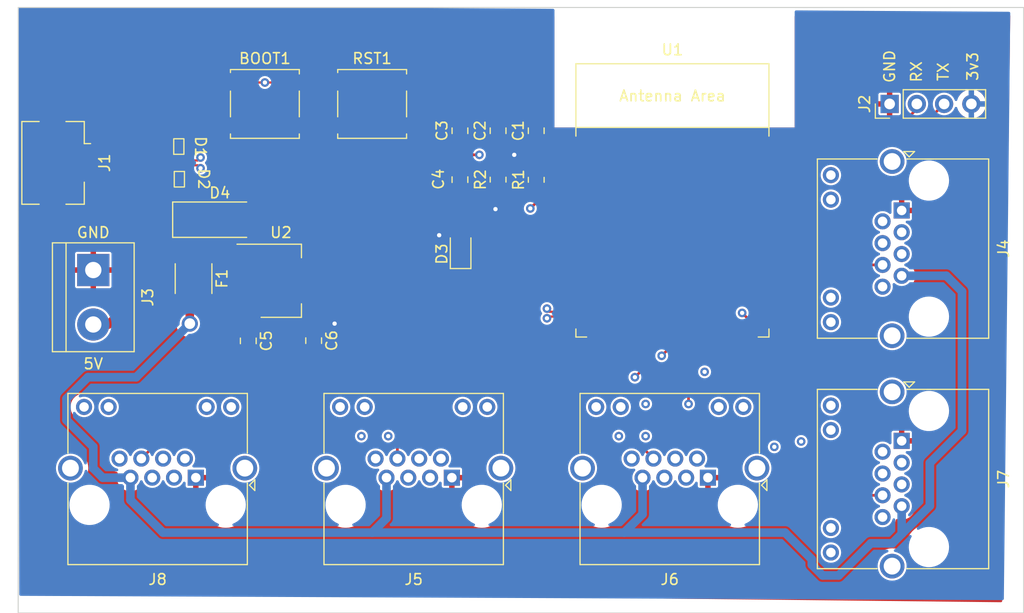
<source format=kicad_pcb>
(kicad_pcb (version 20211014) (generator pcbnew)
  (layers (0 "F.Cu" signal) (1 "In1.Cu" signal) (2 "In2.Cu" signal) (31 "B.Cu" signal) (34 "B.Paste" user) (35 "F.Paste" user) (36 "B.SilkS" user "B.Silkscreen") (37 "F.SilkS" user "F.Silkscreen") (38 "B.Mask" user) (39 "F.Mask" user) (44 "Edge.Cuts" user))
  (net 0 "")
  (net 1 "GNDREF")
  (net 2 "+3.3V")
  (net 3 "/MOSI")
  (net 4 "/MISO")
  (net 5 "/SCLK")
  (net 6 "/CS_SWF")
  (net 7 "Net-(C3-Pad1)")
  (net 13 "/CS_PDL")
  (net 20 "/CS_SHIF")
  (net 27 "/CS_A2")
  (net 34 "/CS_A1")
  (net 53 "/EN")
  (net 62 "/RX_ESP")
  (net 63 "/TX_ESP")
  (net 68 "/D+")
  (net 69 "/D-")
  (net 70 "+5V")
  (net 71 "/BOOT")
  (net 72 "Net-(J3-Pad2)")
  (footprint "Button_Switch_SMD:SW_Push_1P1T_NO_CK_KSC6xxJ" (layer "F.Cu") (at 112 110 180)
    (fp_text reference "RST1" (at 0 4.24) (layer "F.SilkS"))
    (fp_text value "SW_Push")
    (fp_line (start -3.21 -3.21) (end -3.21 -2.8) (layer "F.SilkS") (width 0.12))
    (fp_line (start 3.21 -3.21) (end -3.21 -3.21) (layer "F.SilkS") (width 0.12))
    (fp_line (start -3.21 2.8) (end -3.21 3.21) (layer "F.SilkS") (width 0.12))
    (fp_line (start 3.21 -2.8) (end 3.21 -3.21) (layer "F.SilkS") (width 0.12))
    (fp_line (start -3.21 3.21) (end 3.21 3.21) (layer "F.SilkS") (width 0.12))
    (fp_line (start 3.21 3.21) (end 3.21 2.93) (layer "F.SilkS") (width 0.12))
    (fp_line (start 3.21 1.2) (end 3.21 -1.2) (layer "F.SilkS") (width 0.12))
    (fp_line (start -3.21 -1.2) (end -3.21 1.2) (layer "F.SilkS") (width 0.12))
    (pad "1" smd rect (at -2.9 -2 180) (size 2.8 1) (layers "F.Cu" "F.Paste" "F.Mask") (net 1 "GNDREF"))
    (pad "1" smd rect (at 2.9 -2 180) (size 2.8 1) (layers "F.Cu" "F.Paste" "F.Mask") (net 1 "GNDREF"))
    (pad "2" smd rect (at -2.9 2 180) (size 2.8 1) (layers "F.Cu" "F.Paste" "F.Mask") (net 7 "Net-(C3-Pad1)"))
    (pad "2" smd rect (at 2.9 2 180) (size 2.8 1) (layers "F.Cu" "F.Paste" "F.Mask") (net 7 "Net-(C3-Pad1)"))
  )
  (footprint "Espressif:ESP32-S3-WROOM-1" (layer "F.Cu") (at 140 122)
    (fp_text reference "U1" (at 0 -17.05) (layer "F.SilkS"))
    (fp_text value "ESP32-S3-WROOM-1")
    (fp_text user "Antenna Area" (at 0 -12.75) (layer "F.SilkS"))
    (fp_line (start 9 -9.81) (end -9 -9.81) (layer "F.SilkS") (width 0.12))
    (fp_line (start -9 -15.75) (end -9 -9) (layer "F.SilkS") (width 0.12))
    (fp_line (start 9 -15.75) (end 9 -9) (layer "F.SilkS") (width 0.12))
    (fp_line (start -9 -15.75) (end 9 -15.75) (layer "F.SilkS") (width 0.12))
    (fp_line (start 9 9.75) (end 8 9.75) (layer "F.SilkS") (width 0.12))
    (fp_line (start -9 9.75) (end -8 9.75) (layer "F.SilkS") (width 0.12))
    (fp_line (start -9 9) (end -9 9.75) (layer "F.SilkS") (width 0.12))
    (fp_line (start 9 9) (end 9 9.75) (layer "F.SilkS") (width 0.12))
    (pad "1" smd rect (at -8.75 -8.26) (size 1.5 0.9) (layers "F.Cu" "F.Paste" "F.Mask") (net 1 "GNDREF"))
    (pad "2" smd rect (at -8.75 -6.99) (size 1.5 0.9) (layers "F.Cu" "F.Paste" "F.Mask") (net 2 "+3.3V"))
    (pad "3" smd rect (at -8.75 -5.72) (size 1.5 0.9) (layers "F.Cu" "F.Paste" "F.Mask") (net 53 "/EN"))
    (pad "4" smd rect (at -8.75 -4.45) (size 1.5 0.9) (layers "F.Cu" "F.Paste" "F.Mask"))
    (pad "5" smd rect (at -8.75 -3.18) (size 1.5 0.9) (layers "F.Cu" "F.Paste" "F.Mask"))
    (pad "6" smd rect (at -8.75 -1.91) (size 1.5 0.9) (layers "F.Cu" "F.Paste" "F.Mask") (net 27 "/CS_A2"))
    (pad "7" smd rect (at -8.75 -0.64) (size 1.5 0.9) (layers "F.Cu" "F.Paste" "F.Mask"))
    (pad "8" smd rect (at -8.75 0.63) (size 1.5 0.9) (layers "F.Cu" "F.Paste" "F.Mask"))
    (pad "9" smd rect (at -8.75 1.9) (size 1.5 0.9) (layers "F.Cu" "F.Paste" "F.Mask"))
    (pad "10" smd rect (at -8.75 3.17) (size 1.5 0.9) (layers "F.Cu" "F.Paste" "F.Mask"))
    (pad "11" smd rect (at -8.75 4.44) (size 1.5 0.9) (layers "F.Cu" "F.Paste" "F.Mask"))
    (pad "12" smd rect (at -8.75 5.71) (size 1.5 0.9) (layers "F.Cu" "F.Paste" "F.Mask"))
    (pad "13" smd rect (at -8.75 6.98) (size 1.5 0.9) (layers "F.Cu" "F.Paste" "F.Mask") (net 69 "/D-"))
    (pad "14" smd rect (at -8.75 8.25) (size 1.5 0.9) (layers "F.Cu" "F.Paste" "F.Mask") (net 68 "/D+"))
    (pad "15" smd rect (at -6.985 9.5 90) (size 1.5 0.9) (layers "F.Cu" "F.Paste" "F.Mask"))
    (pad "16" smd rect (at -5.715 9.5 90) (size 1.5 0.9) (layers "F.Cu" "F.Paste" "F.Mask"))
    (pad "17" smd rect (at -4.445 9.5 90) (size 1.5 0.9) (layers "F.Cu" "F.Paste" "F.Mask") (net 6 "/CS_SWF"))
    (pad "18" smd rect (at -3.175 9.5 90) (size 1.5 0.9) (layers "F.Cu" "F.Paste" "F.Mask") (net 13 "/CS_PDL"))
    (pad "19" smd rect (at -1.905 9.5 90) (size 1.5 0.9) (layers "F.Cu" "F.Paste" "F.Mask") (net 3 "/MOSI"))
    (pad "20" smd rect (at -0.635 9.5 90) (size 1.5 0.9) (layers "F.Cu" "F.Paste" "F.Mask") (net 5 "/SCLK"))
    (pad "21" smd rect (at 0.635 9.5 90) (size 1.5 0.9) (layers "F.Cu" "F.Paste" "F.Mask") (net 4 "/MISO"))
    (pad "22" smd rect (at 1.905 9.5 90) (size 1.5 0.9) (layers "F.Cu" "F.Paste" "F.Mask") (net 20 "/CS_SHIF"))
    (pad "23" smd rect (at 3.175 9.5 90) (size 1.5 0.9) (layers "F.Cu" "F.Paste" "F.Mask"))
    (pad "24" smd rect (at 4.445 9.5 90) (size 1.5 0.9) (layers "F.Cu" "F.Paste" "F.Mask"))
    (pad "25" smd rect (at 5.715 9.5 90) (size 1.5 0.9) (layers "F.Cu" "F.Paste" "F.Mask"))
    (pad "26" smd rect (at 6.985 9.5 90) (size 1.5 0.9) (layers "F.Cu" "F.Paste" "F.Mask"))
    (pad "27" smd rect (at 8.75 8.25 180) (size 1.5 0.9) (layers "F.Cu" "F.Paste" "F.Mask") (net 71 "/BOOT"))
    (pad "28" smd rect (at 8.75 6.98 180) (size 1.5 0.9) (layers "F.Cu" "F.Paste" "F.Mask") (net 34 "/CS_A1"))
    (pad "29" smd rect (at 8.75 5.71 180) (size 1.5 0.9) (layers "F.Cu" "F.Paste" "F.Mask"))
    (pad "30" smd rect (at 8.75 4.44 180) (size 1.5 0.9) (layers "F.Cu" "F.Paste" "F.Mask"))
    (pad "31" smd rect (at 8.75 3.17 180) (size 1.5 0.9) (layers "F.Cu" "F.Paste" "F.Mask"))
    (pad "32" smd rect (at 8.75 1.9 180) (size 1.5 0.9) (layers "F.Cu" "F.Paste" "F.Mask"))
    (pad "33" smd rect (at 8.75 0.63 180) (size 1.5 0.9) (layers "F.Cu" "F.Paste" "F.Mask"))
    (pad "34" smd rect (at 8.75 -0.64 180) (size 1.5 0.9) (layers "F.Cu" "F.Paste" "F.Mask"))
    (pad "35" smd rect (at 8.75 -1.91 180) (size 1.5 0.9) (layers "F.Cu" "F.Paste" "F.Mask"))
    (pad "36" smd rect (at 8.75 -3.18 180) (size 1.5 0.9) (layers "F.Cu" "F.Paste" "F.Mask") (net 63 "/TX_ESP"))
    (pad "37" smd rect (at 8.75 -4.45 180) (size 1.5 0.9) (layers "F.Cu" "F.Paste" "F.Mask") (net 62 "/RX_ESP"))
    (pad "38" smd rect (at 8.75 -5.72 180) (size 1.5 0.9) (layers "F.Cu" "F.Paste" "F.Mask"))
    (pad "39" smd rect (at 8.75 -6.99 180) (size 1.5 0.9) (layers "F.Cu" "F.Paste" "F.Mask"))
    (pad "40" smd rect (at 8.75 -8.26 180) (size 1.5 0.9) (layers "F.Cu" "F.Paste" "F.Mask") (net 1 "GNDREF"))
    (pad "41" smd rect (at -2.9 -1.94 180) (size 0.9 0.9) (layers "F.Cu" "F.Paste" "F.Mask") (net 1 "GNDREF"))
    (pad "41" smd rect (at -0.1 -1.94 180) (size 0.9 0.9) (layers "F.Cu" "F.Paste" "F.Mask") (net 1 "GNDREF"))
    (pad "41" smd rect (at -2.9 -0.54 180) (size 0.9 0.9) (layers "F.Cu" "F.Paste" "F.Mask") (net 1 "GNDREF"))
    (pad "41" smd rect (at -1.5 -0.54 180) (size 0.9 0.9) (layers "F.Cu" "F.Paste" "F.Mask") (net 1 "GNDREF"))
    (pad "41" smd rect (at -2.9 0.86 180) (size 0.9 0.9) (layers "F.Cu" "F.Paste" "F.Mask") (net 1 "GNDREF"))
    (pad "41" smd rect (at -1.5 0.86 180) (size 0.9 0.9) (layers "F.Cu" "F.Paste" "F.Mask") (net 1 "GNDREF"))
    (pad "41" smd rect (at -0.1 0.86 180) (size 0.9 0.9) (layers "F.Cu" "F.Paste" "F.Mask") (net 1 "GNDREF"))
    (pad "41" smd rect (at -1.5 -1.94 180) (size 0.9 0.9) (layers "F.Cu" "F.Paste" "F.Mask") (net 1 "GNDREF"))
    (pad "41" smd rect (at -0.1 -0.54 180) (size 0.9 0.9) (layers "F.Cu" "F.Paste" "F.Mask") (net 1 "GNDREF"))
  )
  (footprint "Connector_USB:USB_Micro-B_Amphenol_10104110_Horizontal" (layer "F.Cu") (at 83.5 115.5 -90)
    (fp_text reference "J1" (at 0 -3.55 -90) (layer "F.SilkS"))
    (fp_text value "USB_OTG")
    (fp_line (start -3.86 4.16) (end 3.86 4.16) (layer "F.SilkS") (width 0.12))
    (fp_line (start 3.86 -1.66) (end 1.8 -1.66) (layer "F.SilkS") (width 0.12))
    (fp_line (start 3.86 4.16) (end 3.86 2.55) (layer "F.SilkS") (width 0.12))
    (fp_line (start -3.86 -1.66) (end -1.8 -1.66) (layer "F.SilkS") (width 0.12))
    (fp_line (start -3.86 0.05) (end -3.86 -1.66) (layer "F.SilkS") (width 0.12))
    (fp_line (start -3.86 4.16) (end -3.86 2.55) (layer "F.SilkS") (width 0.12))
    (fp_line (start 3.86 0.05) (end 3.86 -1.66) (layer "F.SilkS") (width 0.12))
    (fp_line (start -1.8 -1.66) (end -1.8 -2.25) (layer "F.SilkS") (width 0.12))
    (pad "1" smd rect (at -1.3 -1.55 270) (size 0.4 1.4) (layers "F.Cu" "F.Paste" "F.Mask"))
    (pad "2" smd rect (at -0.65 -1.55 270) (size 0.4 1.4) (layers "F.Cu" "F.Paste" "F.Mask") (net 69 "/D-"))
    (pad "3" smd rect (at 0 -1.55 270) (size 0.4 1.4) (layers "F.Cu" "F.Paste" "F.Mask") (net 68 "/D+"))
    (pad "4" smd rect (at 0.65 -1.55 270) (size 0.4 1.4) (layers "F.Cu" "F.Paste" "F.Mask") (net 1 "GNDREF"))
    (pad "5" smd rect (at 1.3 -1.55 270) (size 0.4 1.4) (layers "F.Cu" "F.Paste" "F.Mask") (net 1 "GNDREF"))
    (pad "6" smd rect (at 1.15 1.3 270) (size 1.8 1.9) (layers "F.Cu" "F.Paste" "F.Mask") (net 1 "GNDREF"))
    (pad "6" smd rect (at -3.75 1.3 270) (size 2.3 1.9) (layers "F.Cu" "F.Paste" "F.Mask") (net 1 "GNDREF"))
    (pad "6" smd rect (at -1.15 1.3 270) (size 1.8 1.9) (layers "F.Cu" "F.Paste" "F.Mask") (net 1 "GNDREF"))
    (pad "6" smd rect (at 3.75 1.3 270) (size 2.3 1.9) (layers "F.Cu" "F.Paste" "F.Mask") (net 1 "GNDREF"))
  )
  (footprint "Package_TO_SOT_SMD:SOT-223-3_TabPin2" (layer "F.Cu") (at 103.5 126.5)
    (fp_text reference "U2" (at 0 -4.5) (layer "F.SilkS"))
    (fp_text value "LDL1117")
    (fp_line (start 1.91 -3.41) (end 1.91 -2.15) (layer "F.SilkS") (width 0.12))
    (fp_line (start -4.1 -3.41) (end 1.91 -3.41) (layer "F.SilkS") (width 0.12))
    (fp_line (start 1.91 3.41) (end 1.91 2.15) (layer "F.SilkS") (width 0.12))
    (fp_line (start -1.85 3.41) (end 1.91 3.41) (layer "F.SilkS") (width 0.12))
    (pad "1" smd rect (at -3.15 -2.3) (size 2 1.5) (layers "F.Cu" "F.Paste" "F.Mask") (net 1 "GNDREF"))
    (pad "2" smd rect (at -3.15 0) (size 2 1.5) (layers "F.Cu" "F.Paste" "F.Mask") (net 2 "+3.3V"))
    (pad "2" smd rect (at 3.15 0) (size 2 3.8) (layers "F.Cu" "F.Paste" "F.Mask") (net 2 "+3.3V"))
    (pad "3" smd rect (at -3.15 2.3) (size 2 1.5) (layers "F.Cu" "F.Paste" "F.Mask") (net 70 "+5V"))
  )
  (footprint "Resistor_SMD:R_0805_2012Metric_Pad1.20x1.40mm_HandSolder" (layer "F.Cu") (at 127.3 117.08 90)
    (fp_text reference "R1" (at 0 -1.65 90) (layer "F.SilkS"))
    (fp_text value "0")
    (fp_line (start -0.227064 -0.735) (end 0.227064 -0.735) (layer "F.SilkS") (width 0.12))
    (fp_line (start -0.227064 0.735) (end 0.227064 0.735) (layer "F.SilkS") (width 0.12))
    (pad "1" smd roundrect (at -1 0 90) (size 1.2 1.4) (layers "F.Cu" "F.Paste" "F.Mask") (roundrect_rratio 0.2083333333) (net 7 "Net-(C3-Pad1)"))
    (pad "2" smd roundrect (at 1 0 90) (size 1.2 1.4) (layers "F.Cu" "F.Paste" "F.Mask") (roundrect_rratio 0.2083333333) (net 53 "/EN"))
  )
  (footprint "Button_Switch_SMD:SW_Push_1P1T_NO_CK_KSC6xxJ" (layer "F.Cu") (at 102 110 180)
    (fp_text reference "BOOT1" (at 0 4.24) (layer "F.SilkS"))
    (fp_text value "SW_Push")
    (fp_line (start 3.21 1.2) (end 3.21 -1.2) (layer "F.SilkS") (width 0.12))
    (fp_line (start 3.21 -3.21) (end -3.21 -3.21) (layer "F.SilkS") (width 0.12))
    (fp_line (start -3.21 3.21) (end 3.21 3.21) (layer "F.SilkS") (width 0.12))
    (fp_line (start 3.21 -2.8) (end 3.21 -3.21) (layer "F.SilkS") (width 0.12))
    (fp_line (start -3.21 -1.2) (end -3.21 1.2) (layer "F.SilkS") (width 0.12))
    (fp_line (start -3.21 -3.21) (end -3.21 -2.8) (layer "F.SilkS") (width 0.12))
    (fp_line (start 3.21 3.21) (end 3.21 2.93) (layer "F.SilkS") (width 0.12))
    (fp_line (start -3.21 2.8) (end -3.21 3.21) (layer "F.SilkS") (width 0.12))
    (pad "1" smd rect (at -2.9 -2 180) (size 2.8 1) (layers "F.Cu" "F.Paste" "F.Mask") (net 1 "GNDREF"))
    (pad "1" smd rect (at 2.9 -2 180) (size 2.8 1) (layers "F.Cu" "F.Paste" "F.Mask") (net 1 "GNDREF"))
    (pad "2" smd rect (at 2.9 2 180) (size 2.8 1) (layers "F.Cu" "F.Paste" "F.Mask") (net 71 "/BOOT"))
    (pad "2" smd rect (at -2.9 2 180) (size 2.8 1) (layers "F.Cu" "F.Paste" "F.Mask") (net 71 "/BOOT"))
  )
  (footprint "Connector_RJ:RJ45_Amphenol_RJHSE538X" (layer "F.Cu") (at 143.31 144.875 180)
    (fp_text reference "J6" (at 3.56 -9.5) (layer "F.SilkS"))
    (fp_text value "Pedals")
    (fp_line (start -4.805 -8.11) (end -4.805 -0.5) (layer "F.SilkS") (width 0.12))
    (fp_line (start -5.5 -0.2) (end -5.5 -1.2) (layer "F.SilkS") (width 0.12))
    (fp_line (start -5.5 -1.2) (end -5 -0.7) (layer "F.SilkS") (width 0.12))
    (fp_line (start -5 -0.7) (end -5.5 -0.2) (layer "F.SilkS") (width 0.12))
    (fp_line (start -4.805 -8.11) (end 11.925 -8.11) (layer "F.SilkS") (width 0.12))
    (fp_line (start -4.805 7.86) (end 11.925 7.86) (layer "F.SilkS") (width 0.12))
    (fp_line (start -4.805 7.86) (end -4.805 2.3) (layer "F.SilkS") (width 0.12))
    (fp_line (start 11.925 7.86) (end 11.925 2.3) (layer "F.SilkS") (width 0.12))
    (fp_line (start 11.925 -8.11) (end 11.925 -0.5) (layer "F.SilkS") (width 0.12))
    (pad "" np_thru_hole circle (at 9.91 -2.54 180) (size 3.25 3.25) (drill 3.25) (layers *.Cu *.Mask))
    (pad "" np_thru_hole circle (at -2.79 -2.54 180) (size 3.25 3.25) (drill 3.25) (layers *.Cu *.Mask))
    (pad "1" thru_hole rect (at 0 0 180) (size 1.5 1.5) (drill 0.89) (layers *.Cu *.Mask) (net 1 "GNDREF"))
    (pad "2" thru_hole circle (at 1.016 1.78 180) (size 1.5 1.5) (drill 0.89) (layers *.Cu *.Mask) (net 3 "/MOSI"))
    (pad "3" thru_hole circle (at 2.032 0 180) (size 1.5 1.5) (drill 0.89) (layers *.Cu *.Mask))
    (pad "4" thru_hole circle (at 3.048 1.78 180) (size 1.5 1.5) (drill 0.89) (layers *.Cu *.Mask) (net 4 "/MISO"))
    (pad "5" thru_hole circle (at 4.064 0 180) (size 1.5 1.5) (drill 0.89) (layers *.Cu *.Mask))
    (pad "6" thru_hole circle (at 5.08 1.78 180) (size 1.5 1.5) (drill 0.89) (layers *.Cu *.Mask) (net 13 "/CS_PDL"))
    (pad "7" thru_hole circle (at 6.096 0 180) (size 1.5 1.5) (drill 0.89) (layers *.Cu *.Mask) (net 70 "+5V"))
    (pad "8" thru_hole circle (at 7.112 1.78 180) (size 1.5 1.5) (drill 0.89) (layers *.Cu *.Mask) (net 5 "/SCLK"))
    (pad "9" thru_hole circle (at -3.3 6.6 180) (size 1.5 1.5) (drill 0.89) (layers *.Cu *.Mask))
    (pad "10" thru_hole circle (at -1.01 6.6 180) (size 1.5 1.5) (drill 0.89) (layers *.Cu *.Mask))
    (pad "11" thru_hole circle (at 8.13 6.6 180) (size 1.5 1.5) (drill 0.89) (layers *.Cu *.Mask))
    (pad "12" thru_hole circle (at 10.42 6.6 180) (size 1.5 1.5) (drill 0.89) (layers *.Cu *.Mask))
    (pad "SH" thru_hole circle (at -4.57 0.89 180) (size 2.3 2.3) (drill 1.57) (layers *.Cu *.Mask))
    (pad "SH" thru_hole circle (at 11.69 0.89 180) (size 2.3 2.3) (drill 1.57) (layers *.Cu *.Mask))
  )
  (footprint "CAE:UDD32" (layer "F.Cu") (at 94 117 -90)
    (fp_text reference "D2" (at 0 -2.3 -90 unlocked) (layer "F.SilkS"))
    (fp_text value "UDD32")
    (fp_rect (start -0.7 -0.5) (end 0.75 0.45) (layer "F.SilkS") (width 0.12) (fill none))
    (pad "1" smd roundrect (at -1.15 0 270) (size 0.5 0.6) (layers "F.Cu" "F.Paste" "F.Mask") (net 68 "/D+"))
    (pad "2" smd roundrect (at 1.15 0 270) (size 0.5 0.6) (layers "F.Cu" "F.Paste" "F.Mask") (net 1 "GNDREF"))
  )
  (footprint "Fuse:Fuse_1812_4532Metric_Pad1.30x3.40mm_HandSolder" (layer "F.Cu") (at 95.35 126.3 -90)
    (fp_text reference "F1" (at 0 -2.65 90) (layer "F.SilkS"))
    (fp_text value "3A")
    (fp_line (start -1.386252 -1.71) (end 1.386252 -1.71) (layer "F.SilkS") (width 0.12))
    (fp_line (start -1.386252 1.71) (end 1.386252 1.71) (layer "F.SilkS") (width 0.12))
    (pad "1" smd roundrect (at -2.225 0 270) (size 1.3 3.4) (layers "F.Cu" "F.Paste" "F.Mask") (roundrect_rratio 0.1923076923) (net 72 "Net-(J3-Pad2)"))
    (pad "2" smd roundrect (at 2.225 0 270) (size 1.3 3.4) (layers "F.Cu" "F.Paste" "F.Mask") (roundrect_rratio 0.1923076923) (net 70 "+5V"))
  )
  (footprint "Connector_RJ:RJ45_Amphenol_RJHSE538X" (layer "F.Cu") (at 161.375 141.44 -90)
    (fp_text reference "J7" (at 3.56 -9.5 -270) (layer "F.SilkS"))
    (fp_text value "Shifter")
    (fp_line (start 11.925 -8.11) (end 11.925 -0.5) (layer "F.SilkS") (width 0.12))
    (fp_line (start 11.925 7.86) (end 11.925 2.3) (layer "F.SilkS") (width 0.12))
    (fp_line (start -5.5 -0.2) (end -5.5 -1.2) (layer "F.SilkS") (width 0.12))
    (fp_line (start -4.805 7.86) (end -4.805 2.3) (layer "F.SilkS") (width 0.12))
    (fp_line (start -5 -0.7) (end -5.5 -0.2) (layer "F.SilkS") (width 0.12))
    (fp_line (start -4.805 -8.11) (end 11.925 -8.11) (layer "F.SilkS") (width 0.12))
    (fp_line (start -5.5 -1.2) (end -5 -0.7) (layer "F.SilkS") (width 0.12))
    (fp_line (start -4.805 -8.11) (end -4.805 -0.5) (layer "F.SilkS") (width 0.12))
    (fp_line (start -4.805 7.86) (end 11.925 7.86) (layer "F.SilkS") (width 0.12))
    (pad "" np_thru_hole circle (at -2.79 -2.54 270) (size 3.25 3.25) (drill 3.25) (layers *.Cu *.Mask))
    (pad "" np_thru_hole circle (at 9.91 -2.54 270) (size 3.25 3.25) (drill 3.25) (layers *.Cu *.Mask))
    (pad "1" thru_hole rect (at 0 0 270) (size 1.5 1.5) (drill 0.89) (layers *.Cu *.Mask) (net 1 "GNDREF"))
    (pad "2" thru_hole circle (at 1.016 1.78 270) (size 1.5 1.5) (drill 0.89) (layers *.Cu *.Mask) (net 3 "/MOSI"))
    (pad "3" thru_hole circle (at 2.032 0 270) (size 1.5 1.5) (drill 0.89) (layers *.Cu *.Mask))
    (pad "4" thru_hole circle (at 3.048 1.78 270) (size 1.5 1.5) (drill 0.89) (layers *.Cu *.Mask) (net 4 "/MISO"))
    (pad "5" thru_hole circle (at 4.064 0 270) (size 1.5 1.5) (drill 0.89) (layers *.Cu *.Mask))
    (pad "6" thru_hole circle (at 5.08 1.78 270) (size 1.5 1.5) (drill 0.89) (layers *.Cu *.Mask) (net 20 "/CS_SHIF"))
    (pad "7" thru_hole circle (at 6.096 0 270) (size 1.5 1.5) (drill 0.89) (layers *.Cu *.Mask) (net 70 "+5V"))
    (pad "8" thru_hole circle (at 7.112 1.78 270) (size 1.5 1.5) (drill 0.89) (layers *.Cu *.Mask) (net 5 "/SCLK"))
    (pad "9" thru_hole circle (at -3.3 6.6 270) (size 1.5 1.5) (drill 0.89) (layers *.Cu *.Mask))
    (pad "10" thru_hole circle (at -1.01 6.6 270) (size 1.5 1.5) (drill 0.89) (layers *.Cu *.Mask))
    (pad "11" thru_hole circle (at 8.13 6.6 270) (size 1.5 1.5) (drill 0.89) (layers *.Cu *.Mask))
    (pad "12" thru_hole circle (at 10.42 6.6 270) (size 1.5 1.5) (drill 0.89) (layers *.Cu *.Mask))
    (pad "SH" thru_hole circle (at 11.69 0.89 270) (size 2.3 2.3) (drill 1.57) (layers *.Cu *.Mask))
    (pad "SH" thru_hole circle (at -4.57 0.89 270) (size 2.3 2.3) (drill 1.57) (layers *.Cu *.Mask))
  )
  (footprint "TerminalBlock:TerminalBlock_bornier-2_P5.08mm" (layer "F.Cu") (at 86 125.5 -90)
    (fp_text reference "J3" (at 2.54 -5.08 90) (layer "F.SilkS"))
    (fp_text value "Screw_Terminal_01x02")
    (fp_line (start 7.62 -3.81) (end -2.54 -3.81) (layer "F.SilkS") (width 0.12))
    (fp_line (start 7.62 3.81) (end 7.62 -3.81) (layer "F.SilkS") (width 0.12))
    (fp_line (start -2.54 -3.81) (end -2.54 3.81) (layer "F.SilkS") (width 0.12))
    (fp_line (start 7.62 2.54) (end -2.54 2.54) (layer "F.SilkS") (width 0.12))
    (fp_line (start -2.54 3.81) (end 7.62 3.81) (layer "F.SilkS") (width 0.12))
    (pad "1" thru_hole rect (at 0 0 270) (size 3 3) (drill 1.52) (layers *.Cu *.Mask) (net 1 "GNDREF"))
    (pad "2" thru_hole circle (at 5.08 0 270) (size 3 3) (drill 1.52) (layers *.Cu *.Mask) (net 72 "Net-(J3-Pad2)"))
  )
  (footprint "Capacitor_SMD:C_0805_2012Metric_Pad1.18x1.45mm_HandSolder" (layer "F.Cu") (at 120.188 112.5 90)
    (fp_text reference "C3" (at 0 -1.68 90) (layer "F.SilkS"))
    (fp_text value "0.1uf")
    (fp_line (start -0.261252 -0.735) (end 0.261252 -0.735) (layer "F.SilkS") (width 0.12))
    (fp_line (start -0.261252 0.735) (end 0.261252 0.735) (layer "F.SilkS") (width 0.12))
    (pad "1" smd roundrect (at -1.0375 0 90) (size 1.175 1.45) (layers "F.Cu" "F.Paste" "F.Mask") (roundrect_rratio 0.2127659574) (net 7 "Net-(C3-Pad1)"))
    (pad "2" smd roundrect (at 1.0375 0 90) (size 1.175 1.45) (layers "F.Cu" "F.Paste" "F.Mask") (roundrect_rratio 0.2127659574) (net 1 "GNDREF"))
  )
  (footprint "Capacitor_SMD:C_0805_2012Metric_Pad1.18x1.45mm_HandSolder" (layer "F.Cu") (at 106.548 132.088 -90)
    (fp_text reference "C6" (at 0 -1.68 90) (layer "F.SilkS"))
    (fp_text value "4.7uf")
    (fp_line (start -0.261252 -0.735) (end 0.261252 -0.735) (layer "F.SilkS") (width 0.12))
    (fp_line (start -0.261252 0.735) (end 0.261252 0.735) (layer "F.SilkS") (width 0.12))
    (pad "1" smd roundrect (at -1.0375 0 270) (size 1.175 1.45) (layers "F.Cu" "F.Paste" "F.Mask") (roundrect_rratio 0.2127659574) (net 2 "+3.3V"))
    (pad "2" smd roundrect (at 1.0375 0 270) (size 1.175 1.45) (layers "F.Cu" "F.Paste" "F.Mask") (roundrect_rratio 0.2127659574) (net 1 "GNDREF"))
  )
  (footprint "Capacitor_SMD:C_0805_2012Metric_Pad1.18x1.45mm_HandSolder" (layer "F.Cu") (at 100.452 132.1095 -90)
    (fp_text reference "C5" (at 0 -1.68 90) (layer "F.SilkS"))
    (fp_text value "1uf")
    (fp_line (start -0.261252 0.735) (end 0.261252 0.735) (layer "F.SilkS") (width 0.12))
    (fp_line (start -0.261252 -0.735) (end 0.261252 -0.735) (layer "F.SilkS") (width 0.12))
    (pad "1" smd roundrect (at -1.0375 0 270) (size 1.175 1.45) (layers "F.Cu" "F.Paste" "F.Mask") (roundrect_rratio 0.2127659574) (net 70 "+5V"))
    (pad "2" smd roundrect (at 1.0375 0 270) (size 1.175 1.45) (layers "F.Cu" "F.Paste" "F.Mask") (roundrect_rratio 0.2127659574) (net 1 "GNDREF"))
  )
  (footprint "Connector_RJ:RJ45_Amphenol_RJHSE538X" (layer "F.Cu") (at 119.435 144.875 180)
    (fp_text reference "J5" (at 3.56 -9.5) (layer "F.SilkS"))
    (fp_text value "Steering Wheel Feedback")
    (fp_line (start -5 -0.7) (end -5.5 -0.2) (layer "F.SilkS") (width 0.12))
    (fp_line (start 11.925 7.86) (end 11.925 2.3) (layer "F.SilkS") (width 0.12))
    (fp_line (start -4.805 7.86) (end 11.925 7.86) (layer "F.SilkS") (width 0.12))
    (fp_line (start -5.5 -1.2) (end -5 -0.7) (layer "F.SilkS") (width 0.12))
    (fp_line (start -5.5 -0.2) (end -5.5 -1.2) (layer "F.SilkS") (width 0.12))
    (fp_line (start 11.925 -8.11) (end 11.925 -0.5) (layer "F.SilkS") (width 0.12))
    (fp_line (start -4.805 7.86) (end -4.805 2.3) (layer "F.SilkS") (width 0.12))
    (fp_line (start -4.805 -8.11) (end -4.805 -0.5) (layer "F.SilkS") (width 0.12))
    (fp_line (start -4.805 -8.11) (end 11.925 -8.11) (layer "F.SilkS") (width 0.12))
    (pad "" np_thru_hole circle (at -2.79 -2.54 180) (size 3.25 3.25) (drill 3.25) (layers *.Cu *.Mask))
    (pad "" np_thru_hole circle (at 9.91 -2.54 180) (size 3.25 3.25) (drill 3.25) (layers *.Cu *.Mask))
    (pad "1" thru_hole rect (at 0 0 180) (size 1.5 1.5) (drill 0.89) (layers *.Cu *.Mask) (net 1 "GNDREF"))
    (pad "2" thru_hole circle (at 1.016 1.78 180) (size 1.5 1.5) (drill 0.89) (layers *.Cu *.Mask) (net 3 "/MOSI"))
    (pad "3" thru_hole circle (at 2.032 0 180) (size 1.5 1.5) (drill 0.89) (layers *.Cu *.Mask))
    (pad "4" thru_hole circle (at 3.048 1.78 180) (size 1.5 1.5) (drill 0.89) (layers *.Cu *.Mask) (net 4 "/MISO"))
    (pad "5" thru_hole circle (at 4.064 0 180) (size 1.5 1.5) (drill 0.89) (layers *.Cu *.Mask))
    (pad "6" thru_hole circle (at 5.08 1.78 180) (size 1.5 1.5) (drill 0.89) (layers *.Cu *.Mask) (net 6 "/CS_SWF"))
    (pad "7" thru_hole circle (at 6.096 0 180) (size 1.5 1.5) (drill 0.89) (layers *.Cu *.Mask) (net 70 "+5V"))
    (pad "8" thru_hole circle (at 7.112 1.78 180) (size 1.5 1.5) (drill 0.89) (layers *.Cu *.Mask) (net 5 "/SCLK"))
    (pad "9" thru_hole circle (at -3.3 6.6 180) (size 1.5 1.5) (drill 0.89) (layers *.Cu *.Mask))
    (pad "10" thru_hole circle (at -1.01 6.6 180) (size 1.5 1.5) (drill 0.89) (layers *.Cu *.Mask))
    (pad "11" thru_hole circle (at 8.13 6.6 180) (size 1.5 1.5) (drill 0.89) (layers *.Cu *.Mask))
    (pad "12" thru_hole circle (at 10.42 6.6 180) (size 1.5 1.5) (drill 0.89) (layers *.Cu *.Mask))
    (pad "SH" thru_hole circle (at 11.69 0.89 180) (size 2.3 2.3) (drill 1.57) (layers *.Cu *.Mask))
    (pad "SH" thru_hole circle (at -4.57 0.89 180) (size 2.3 2.3) (drill 1.57) (layers *.Cu *.Mask))
  )
  (footprint "Connector_RJ:RJ45_Amphenol_RJHSE538X" (layer "F.Cu") (at 95.56 144.875 180)
    (fp_text reference "J8" (at 3.56 -9.5) (layer "F.SilkS"))
    (fp_text value "Accessory_2")
    (fp_line (start -5.5 -0.2) (end -5.5 -1.2) (layer "F.SilkS") (width 0.12))
    (fp_line (start -4.805 7.86) (end 11.925 7.86) (layer "F.SilkS") (width 0.12))
    (fp_line (start -4.805 -8.11) (end -4.805 -0.5) (layer "F.SilkS") (width 0.12))
    (fp_line (start -4.805 7.86) (end -4.805 2.3) (layer "F.SilkS") (width 0.12))
    (fp_line (start -5.5 -1.2) (end -5 -0.7) (layer "F.SilkS") (width 0.12))
    (fp_line (start 11.925 -8.11) (end 11.925 -0.5) (layer "F.SilkS") (width 0.12))
    (fp_line (start 11.925 7.86) (end 11.925 2.3) (layer "F.SilkS") (width 0.12))
    (fp_line (start -4.805 -8.11) (end 11.925 -8.11) (layer "F.SilkS") (width 0.12))
    (fp_line (start -5 -0.7) (end -5.5 -0.2) (layer "F.SilkS") (width 0.12))
    (pad "" np_thru_hole circle (at 9.91 -2.54 180) (size 3.25 3.25) (drill 3.25) (layers *.Cu *.Mask))
    (pad "" np_thru_hole circle (at -2.79 -2.54 180) (size 3.25 3.25) (drill 3.25) (layers *.Cu *.Mask))
    (pad "1" thru_hole rect (at 0 0 180) (size 1.5 1.5) (drill 0.89) (layers *.Cu *.Mask) (net 1 "GNDREF"))
    (pad "2" thru_hole circle (at 1.016 1.78 180) (size 1.5 1.5) (drill 0.89) (layers *.Cu *.Mask) (net 3 "/MOSI"))
    (pad "3" thru_hole circle (at 2.032 0 180) (size 1.5 1.5) (drill 0.89) (layers *.Cu *.Mask))
    (pad "4" thru_hole circle (at 3.048 1.78 180) (size 1.5 1.5) (drill 0.89) (layers *.Cu *.Mask) (net 4 "/MISO"))
    (pad "5" thru_hole circle (at 4.064 0 180) (size 1.5 1.5) (drill 0.89) (layers *.Cu *.Mask))
    (pad "6" thru_hole circle (at 5.08 1.78 180) (size 1.5 1.5) (drill 0.89) (layers *.Cu *.Mask) (net 27 "/CS_A2"))
    (pad "7" thru_hole circle (at 6.096 0 180) (size 1.5 1.5) (drill 0.89) (layers *.Cu *.Mask) (net 70 "+5V"))
    (pad "8" thru_hole circle (at 7.112 1.78 180) (size 1.5 1.5) (drill 0.89) (layers *.Cu *.Mask) (net 5 "/SCLK"))
    (pad "9" thru_hole circle (at -3.3 6.6 180) (size 1.5 1.5) (drill 0.89) (layers *.Cu *.Mask))
    (pad "10" thru_hole circle (at -1.01 6.6 180) (size 1.5 1.5) (drill 0.89) (layers *.Cu *.Mask))
    (pad "11" thru_hole circle (at 8.13 6.6 180) (size 1.5 1.5) (drill 0.89) (layers *.Cu *.Mask))
    (pad "12" thru_hole circle (at 10.42 6.6 180) (size 1.5 1.5) (drill 0.89) (layers *.Cu *.Mask))
    (pad "SH" thru_hole circle (at -4.57 0.89 180) (size 2.3 2.3) (drill 1.57) (layers *.Cu *.Mask))
    (pad "SH" thru_hole circle (at 11.69 0.89 180) (size 2.3 2.3) (drill 1.57) (layers *.Cu *.Mask))
  )
  (footprint "LED_SMD:LED_0805_2012Metric_Pad1.15x1.40mm_HandSolder" (layer "F.Cu") (at 120.25 123.5 90)
    (fp_text reference "D3" (at -0.5 -1.75 90) (layer "F.SilkS"))
    (fp_text value "LED")
    (fp_line (start -1.86 -0.96) (end -1.86 0.96) (layer "F.SilkS") (width 0.12))
    (fp_line (start 1 -0.96) (end -1.86 -0.96) (layer "F.SilkS") (width 0.12))
    (fp_line (start -1.86 0.96) (end 1 0.96) (layer "F.SilkS") (width 0.12))
    (pad "1" smd roundrect (at -1.025 0 90) (size 1.15 1.4) (layers "F.Cu" "F.Paste" "F.Mask") (roundrect_rratio 0.2173913043) (net 1 "GNDREF"))
    (pad "2" smd roundrect (at 1.025 0 90) (size 1.15 1.4) (layers "F.Cu" "F.Paste" "F.Mask") (roundrect_rratio 0.2173913043) (net 2 "+3.3V"))
  )
  (footprint "Capacitor_SMD:C_0805_2012Metric_Pad1.18x1.45mm_HandSolder" (layer "F.Cu") (at 120.188 117.064 -90)
    (fp_text reference "C4" (at -0.04 2.004 90) (layer "F.SilkS"))
    (fp_text value "1uf")
    (fp_line (start -0.261252 0.735) (end 0.261252 0.735) (layer "F.SilkS") (width 0.12))
    (fp_line (start -0.261252 -0.735) (end 0.261252 -0.735) (layer "F.SilkS") (width 0.12))
    (pad "1" smd roundrect (at -1.0375 0 270) (size 1.175 1.45) (layers "F.Cu" "F.Paste" "F.Mask") (roundrect_rratio 0.2127659574) (net 53 "/EN"))
    (pad "2" smd roundrect (at 1.0375 0 270) (size 1.175 1.45) (layers "F.Cu" "F.Paste" "F.Mask") (roundrect_rratio 0.2127659574) (net 1 "GNDREF"))
  )
  (footprint "CAE:UDD32" (layer "F.Cu") (at 94 114 90)
    (fp_text reference "D1" (at 0 2 270 unlocked) (layer "F.SilkS"))
    (fp_text value "UDD32")
    (fp_rect (start -0.7 -0.5) (end 0.75 0.45) (layer "F.SilkS") (width 0.12) (fill none))
    (pad "1" smd roundrect (at -1.15 0 90) (size 0.5 0.6) (layers "F.Cu" "F.Paste" "F.Mask") (net 69 "/D-"))
    (pad "2" smd roundrect (at 1.15 0 90) (size 0.5 0.6) (layers "F.Cu" "F.Paste" "F.Mask") (net 1 "GNDREF"))
  )
  (footprint "Capacitor_SMD:C_0805_2012Metric_Pad1.18x1.45mm_HandSolder" (layer "F.Cu") (at 127.3 112.5 90)
    (fp_text reference "C1" (at 0 -1.68 90) (layer "F.SilkS"))
    (fp_text value "0.1uf")
    (fp_line (start -0.261252 -0.735) (end 0.261252 -0.735) (layer "F.SilkS") (width 0.12))
    (fp_line (start -0.261252 0.735) (end 0.261252 0.735) (layer "F.SilkS") (width 0.12))
    (pad "1" smd roundrect (at -1.0375 0 90) (size 1.175 1.45) (layers "F.Cu" "F.Paste" "F.Mask") (roundrect_rratio 0.2127659574) (net 2 "+3.3V"))
    (pad "2" smd roundrect (at 1.0375 0 90) (size 1.175 1.45) (layers "F.Cu" "F.Paste" "F.Mask") (roundrect_rratio 0.2127659574) (net 1 "GNDREF"))
  )
  (footprint "Capacitor_SMD:C_0805_2012Metric_Pad1.18x1.45mm_HandSolder" (layer "F.Cu") (at 123.744 112.5 90)
    (fp_text reference "C2" (at 0 -1.68 90) (layer "F.SilkS"))
    (fp_text value "22uf")
    (fp_line (start -0.261252 0.735) (end 0.261252 0.735) (layer "F.SilkS") (width 0.12))
    (fp_line (start -0.261252 -0.735) (end 0.261252 -0.735) (layer "F.SilkS") (width 0.12))
    (pad "1" smd roundrect (at -1.0375 0 90) (size 1.175 1.45) (layers "F.Cu" "F.Paste" "F.Mask") (roundrect_rratio 0.2127659574) (net 2 "+3.3V"))
    (pad "2" smd roundrect (at 1.0375 0 90) (size 1.175 1.45) (layers "F.Cu" "F.Paste" "F.Mask") (roundrect_rratio 0.2127659574) (net 1 "GNDREF"))
  )
  (footprint "Diode_SMD:D_SMA_Handsoldering" (layer "F.Cu") (at 97.8 120.8)
    (fp_text reference "D4" (at 0 -2.5) (layer "F.SilkS"))
    (fp_text value "D_Schottky")
    (fp_line (start -4.4 1.65) (end 2.5 1.65) (layer "F.SilkS") (width 0.12))
    (fp_line (start -4.4 -1.65) (end -4.4 1.65) (layer "F.SilkS") (width 0.12))
    (fp_line (start -4.4 -1.65) (end 2.5 -1.65) (layer "F.SilkS") (width 0.12))
    (pad "1" smd rect (at -2.5 0) (size 3.5 1.8) (layers "F.Cu" "F.Paste" "F.Mask") (net 72 "Net-(J3-Pad2)"))
    (pad "2" smd rect (at 2.5 0) (size 3.5 1.8) (layers "F.Cu" "F.Paste" "F.Mask") (net 1 "GNDREF"))
  )
  (footprint "Connector_PinHeader_2.54mm:PinHeader_1x04_P2.54mm_Vertical" (layer "F.Cu") (at 160.25 110 90)
    (fp_text reference "J2" (at 0 -2.33 90) (layer "F.SilkS"))
    (fp_text value "Conn_01x04")
    (fp_line (start -1.33 0) (end -1.33 -1.33) (layer "F.SilkS") (width 0.12))
    (fp_line (start -1.33 -1.33) (end 0 -1.33) (layer "F.SilkS") (width 0.12))
    (fp_line (start -1.33 8.95) (end 1.33 8.95) (layer "F.SilkS") (width 0.12))
    (fp_line (start -1.33 1.27) (end 1.33 1.27) (layer "F.SilkS") (width 0.12))
    (fp_line (start -1.33 1.27) (end -1.33 8.95) (layer "F.SilkS") (width 0.12))
    (fp_line (start 1.33 1.27) (end 1.33 8.95) (layer "F.SilkS") (width 0.12))
    (pad "1" thru_hole rect (at 0 0 90) (size 1.7 1.7) (drill 1) (layers *.Cu *.Mask) (net 1 "GNDREF"))
    (pad "2" thru_hole oval (at 0 2.54 90) (size 1.7 1.7) (drill 1) (layers *.Cu *.Mask) (net 62 "/RX_ESP"))
    (pad "3" thru_hole oval (at 0 5.08 90) (size 1.7 1.7) (drill 1) (layers *.Cu *.Mask) (net 63 "/TX_ESP"))
    (pad "4" thru_hole oval (at 0 7.62 90) (size 1.7 1.7) (drill 1) (layers *.Cu *.Mask) (net 2 "+3.3V"))
  )
  (footprint "Connector_RJ:RJ45_Amphenol_RJHSE538X" (layer "F.Cu") (at 161.375 119.94 -90)
    (fp_text reference "J4" (at 3.56 -9.5 90) (layer "F.SilkS"))
    (fp_text value "Accessory_1")
    (fp_line (start 11.925 -8.11) (end 11.925 -0.5) (layer "F.SilkS") (width 0.12))
    (fp_line (start -4.805 -8.11) (end 11.925 -8.11) (layer "F.SilkS") (width 0.12))
    (fp_line (start -5 -0.7) (end -5.5 -0.2) (layer "F.SilkS") (width 0.12))
    (fp_line (start -5.5 -0.2) (end -5.5 -1.2) (layer "F.SilkS") (width 0.12))
    (fp_line (start -4.805 7.86) (end 11.925 7.86) (layer "F.SilkS") (width 0.12))
    (fp_line (start 11.925 7.86) (end 11.925 2.3) (layer "F.SilkS") (width 0.12))
    (fp_line (start -4.805 -8.11) (end -4.805 -0.5) (layer "F.SilkS") (width 0.12))
    (fp_line (start -4.805 7.86) (end -4.805 2.3) (layer "F.SilkS") (width 0.12))
    (fp_line (start -5.5 -1.2) (end -5 -0.7) (layer "F.SilkS") (width 0.12))
    (pad "" np_thru_hole circle (at 9.91 -2.54 270) (size 3.25 3.25) (drill 3.25) (layers *.Cu *.Mask))
    (pad "" np_thru_hole circle (at -2.79 -2.54 270) (size 3.25 3.25) (drill 3.25) (layers *.Cu *.Mask))
    (pad "1" thru_hole rect (at 0 0 270) (size 1.5 1.5) (drill 0.89) (layers *.Cu *.Mask) (net 1 "GNDREF"))
    (pad "2" thru_hole circle (at 1.016 1.78 270) (size 1.5 1.5) (drill 0.89) (layers *.Cu *.Mask) (net 3 "/MOSI"))
    (pad "3" thru_hole circle (at 2.032 0 270) (size 1.5 1.5) (drill 0.89) (layers *.Cu *.Mask))
    (pad "4" thru_hole circle (at 3.048 1.78 270) (size 1.5 1.5) (drill 0.89) (layers *.Cu *.Mask) (net 4 "/MISO"))
    (pad "5" thru_hole circle (at 4.064 0 270) (size 1.5 1.5) (drill 0.89) (layers *.Cu *.Mask))
    (pad "6" thru_hole circle (at 5.08 1.78 270) (size 1.5 1.5) (drill 0.89) (layers *.Cu *.Mask) (net 34 "/CS_A1"))
    (pad "7" thru_hole circle (at 6.096 0 270) (size 1.5 1.5) (drill 0.89) (layers *.Cu *.Mask) (net 70 "+5V"))
    (pad "8" thru_hole circle (at 7.112 1.78 270) (size 1.5 1.5) (drill 0.89) (layers *.Cu *.Mask) (net 5 "/SCLK"))
    (pad "9" thru_hole circle (at -3.3 6.6 270) (size 1.5 1.5) (drill 0.89) (layers *.Cu *.Mask))
    (pad "10" thru_hole circle (at -1.01 6.6 270) (size 1.5 1.5) (drill 0.89) (layers *.Cu *.Mask))
    (pad "11" thru_hole circle (at 8.13 6.6 270) (size 1.5 1.5) (drill 0.89) (layers *.Cu *.Mask))
    (pad "12" thru_hole circle (at 10.42 6.6 270) (size 1.5 1.5) (drill 0.89) (layers *.Cu *.Mask))
    (pad "SH" thru_hole circle (at -4.57 0.89 270) (size 2.3 2.3) (drill 1.57) (layers *.Cu *.Mask))
    (pad "SH" thru_hole circle (at 11.69 0.89 270) (size 2.3 2.3) (drill 1.57) (layers *.Cu *.Mask))
  )
  (footprint "Resistor_SMD:R_0805_2012Metric_Pad1.20x1.40mm_HandSolder" (layer "F.Cu") (at 123.744 117.064 90)
    (fp_text reference "R2" (at 0 -1.65 90) (layer "F.SilkS"))
    (fp_text value "10K")
    (fp_line (start -0.227064 0.735) (end 0.227064 0.735) (layer "F.SilkS") (width 0.12))
    (fp_line (start -0.227064 -0.735) (end 0.227064 -0.735) (layer "F.SilkS") (width 0.12))
    (pad "1" smd roundrect (at -1 0 90) (size 1.2 1.4) (layers "F.Cu" "F.Paste" "F.Mask") (roundrect_rratio 0.2083333333) (net 2 "+3.3V"))
    (pad "2" smd roundrect (at 1 0 90) (size 1.2 1.4) (layers "F.Cu" "F.Paste" "F.Mask") (roundrect_rratio 0.2083333333) (net 53 "/EN"))
  )
  (gr_rect (start 79 101) (end 172.75 157.5) (layer "Edge.Cuts") (width 0.1) (fill none))
  (gr_text "GND" (at 160.25 106.5 90) (layer "F.SilkS") (effects (font (size 1 1))))
  (gr_text "GND" (at 86 122) (layer "F.SilkS") (effects (font (size 1 1))))
  (gr_text "5V" (at 86 134.25) (layer "F.SilkS") (effects (font (size 1 1))))
  (gr_text "TX" (at 165.25 107 90) (layer "F.SilkS") (effects (font (size 1 1))))
  (gr_text "3v3" (at 168 106.5 90) (layer "F.SilkS") (effects (font (size 1 1))))
  (gr_text "RX" (at 162.75 107 90) (layer "F.SilkS") (effects (font (size 1 1))))
  (segment (start 130.01 115.01) (end 128.5375 113.5375) (width 0.52) (layer "F.Cu") (net 2))
  (segment (start 123.5 119.814) (end 123.5 118.744) (width 0.52) (layer "F.Cu") (net 2))
  (segment (start 106.65 126.5) (end 100.35 126.5) (width 0.52) (layer "F.Cu") (net 2))
  (segment (start 131.25 115.01) (end 130.01 115.01) (width 0.52) (layer "F.Cu") (net 2))
  (segment (start 120.025 122.25) (end 120.25 122.475) (width 0.52) (layer "F.Cu") (net 2))
  (segment (start 118.25 122.25) (end 120.025 122.25) (width 0.52) (layer "F.Cu") (net 2))
  (segment (start 123.744 113.5375) (end 124.0375 113.5375) (width 0.52) (layer "F.Cu") (net 2))
  (segment (start 108.5 130.5) (end 107.0985 130.5) (width 0.52) (layer "F.Cu") (net 2))
  (segment (start 106.548 126.602) (end 106.65 126.5) (width 0.52) (layer "F.Cu") (net 2))
  (segment (start 123.5 118.308) (end 123.744 118.064) (width 0.52) (layer "F.Cu") (net 2))
  (segment (start 106.548 131.0505) (end 106.548 126.602) (width 0.52) (layer "F.Cu") (net 2))
  (segment (start 107.0985 130.5) (end 106.548 131.0505) (width 0.52) (layer "F.Cu") (net 2))
  (segment (start 123.744 113.5375) (end 127.3 113.5375) (width 0.52) (layer "F.Cu") (net 2))
  (segment (start 124.0375 113.5375) (end 125.25 114.75) (width 0.52) (layer "F.Cu") (net 2))
  (segment (start 128.5375 113.5375) (end 127.3 113.5375) (width 0.52) (layer "F.Cu") (net 2))
  (via (at 123.5 119.814) (size 0.8) (drill 0.4) (layers "F.Cu" "B.Cu") (net 2))
  (via (at 118.25 122.25) (size 0.8) (drill 0.4) (layers "F.Cu" "B.Cu") (net 2))
  (via (at 125.25 114.75) (size 0.8) (drill 0.4) (layers "F.Cu" "B.Cu") (net 2))
  (via (at 108.5 130.5) (size 0.8) (drill 0.4) (layers "F.Cu" "B.Cu") (net 2))
  (segment (start 138.095 131.5) (end 138.095 133.905) (width 0.25) (layer "F.Cu") (net 3))
  (segment (start 138.095 133.905) (end 136.5 135.5) (width 0.25) (layer "F.Cu") (net 3))
  (via (at 136.5 135.5) (size 0.8) (drill 0.4) (layers "F.Cu" "B.Cu") (net 3))
  (segment (start 140.635 131.5) (end 140.635 132.635) (width 0.25) (layer "F.Cu") (net 4))
  (segment (start 140.635 132.635) (end 141.5 133.5) (width 0.25) (layer "F.Cu") (net 4))
  (segment (start 141.5 138) (end 141.5 133.5) (width 0.25) (layer "F.Cu") (net 4))
  (via (at 137.5 138) (size 0.8) (drill 0.4) (layers "F.Cu" "B.Cu") (net 4))
  (via (at 135 141) (size 0.8) (drill 0.4) (layers "F.Cu" "B.Cu") (net 4))
  (via (at 149.5 142) (size 0.8) (drill 0.4) (layers "F.Cu" "B.Cu") (net 4))
  (via (at 141.5 138) (size 0.8) (drill 0.4) (layers "F.Cu" "B.Cu") (net 4))
  (via (at 111 141) (size 0.8) (drill 0.4) (layers "F.Cu" "B.Cu") (net 4))
  (via (at 143 135) (size 0.8) (drill 0.4) (layers "F.Cu" "B.Cu") (net 4))
  (via (at 137.5 141) (size 0.8) (drill 0.4) (layers "F.Cu" "B.Cu") (net 4))
  (via (at 113.5 141) (size 0.8) (drill 0.4) (layers "F.Cu" "B.Cu") (net 4))
  (via (at 152 141.5) (size 0.8) (drill 0.4) (layers "F.Cu" "B.Cu") (net 4))
  (segment (start 139.5 131.635) (end 139.365 131.5) (width 0.25) (layer "F.Cu") (net 5))
  (segment (start 139.5 133) (end 139.5 131.635) (width 0.25) (layer "F.Cu") (net 5))
  (segment (start 139 133.5) (end 139.5 133) (width 0.25) (layer "F.Cu") (net 5))
  (via (at 139 133.5) (size 0.8) (drill 0.4) (layers "F.Cu" "B.Cu") (net 5))
  (segment (start 135.555 132.445) (end 133 135) (width 0.25) (layer "F.Cu") (net 6))
  (segment (start 135.555 131.5) (end 135.555 132.445) (width 0.25) (layer "F.Cu") (net 6))
  (segment (start 114.355 141.145) (end 114.355 143.095) (width 0.25) (layer "F.Cu") (net 6))
  (segment (start 133 135) (end 120.5 135) (width 0.25) (layer "F.Cu") (net 6))
  (segment (start 120.5 135) (end 114.355 141.145) (width 0.25) (layer "F.Cu") (net 6))
  (segment (start 114.9 108.9) (end 114.9 108) (width 0.25) (layer "F.Cu") (net 7))
  (segment (start 127.3 119.2) (end 126.75 119.75) (width 0.25) (layer "F.Cu") (net 7))
  (segment (start 121.4005 114.75) (end 120.188 113.5375) (width 0.25) (layer "F.Cu") (net 7))
  (segment (start 114.9 108) (end 109.1 108) (width 0.25) (layer "F.Cu") (net 7))
  (segment (start 120.5 113.5) (end 119.5375 113.5375) (width 0.25) (layer "F.Cu") (net 7))
  (segment (start 127.3 118.08) (end 127.3 119.2) (width 0.25) (layer "F.Cu") (net 7))
  (segment (start 120.188 113.5375) (end 120.5 113.5) (width 0.25) (layer "F.Cu") (net 7))
  (segment (start 122 114.75) (end 121.4005 114.75) (width 0.25) (layer "F.Cu") (net 7))
  (segment (start 119.5375 113.5375) (end 114.9 108.9) (width 0.25) (layer "F.Cu") (net 7))
  (via (at 122 114.75) (size 0.8) (drill 0.4) (layers "F.Cu" "B.Cu") (net 7))
  (via (at 126.75 119.75) (size 0.8) (drill 0.4) (layers "F.Cu" "B.Cu") (net 7))
  (segment (start 136.825 131.5) (end 136.825 132.175) (width 0.25) (layer "F.Cu") (net 13))
  (segment (start 130.5 139.5) (end 133 142) (width 0.25) (layer "F.Cu") (net 13))
  (segment (start 130.5 138.5) (end 130.5 139.5) (width 0.25) (layer "F.Cu") (net 13))
  (segment (start 137.135 142) (end 138.23 143.095) (width 0.25) (layer "F.Cu") (net 13))
  (segment (start 136.825 132.175) (end 130.5 138.5) (width 0.25) (layer "F.Cu") (net 13))
  (segment (start 133 142) (end 137.135 142) (width 0.25) (layer "F.Cu") (net 13))
  (segment (start 150.5 139) (end 145 133.5) (width 0.25) (layer "F.Cu") (net 20))
  (segment (start 155.02 146.52) (end 150.5 142) (width 0.25) (layer "F.Cu") (net 20))
  (segment (start 159.595 146.52) (end 155.02 146.52) (width 0.25) (layer "F.Cu") (net 20))
  (segment (start 145 133.5) (end 142.5 133.5) (width 0.25) (layer "F.Cu") (net 20))
  (segment (start 141.905 132.905) (end 141.905 131.5) (width 0.25) (layer "F.Cu") (net 20))
  (segment (start 150.5 142) (end 150.5 139) (width 0.25) (layer "F.Cu") (net 20))
  (segment (start 142.5 133.5) (end 141.905 132.905) (width 0.25) (layer "F.Cu") (net 20))
  (segment (start 104 141) (end 93 141) (width 0.25) (layer "F.Cu") (net 27))
  (segment (start 128.41 120.09) (end 114 134.5) (width 0.25) (layer "F.Cu") (net 27))
  (segment (start 92.075 141.5) (end 90.48 143.095) (width 0.25) (layer "F.Cu") (net 27))
  (segment (start 110.5 134.5) (end 104 141) (width 0.25) (layer "F.Cu") (net 27))
  (segment (start 93 141) (end 92.5 141.5) (width 0.25) (layer "F.Cu") (net 27))
  (segment (start 92.5 141.5) (end 92.075 141.5) (width 0.25) (layer "F.Cu") (net 27))
  (segment (start 131.25 120.09) (end 128.41 120.09) (width 0.25) (layer "F.Cu") (net 27))
  (segment (start 114 134.5) (end 110.5 134.5) (width 0.25) (layer "F.Cu") (net 27))
  (segment (start 159.595 125.02) (end 154.48 125.02) (width 0.25) (layer "F.Cu") (net 34))
  (segment (start 150.52 128.98) (end 148.75 128.98) (width 0.25) (layer "F.Cu") (net 34))
  (segment (start 154.48 125.02) (end 150.52 128.98) (width 0.25) (layer "F.Cu") (net 34))
  (segment (start 127.284 116.064) (end 127.3 116.08) (width 0.25) (layer "F.Cu") (net 53))
  (segment (start 131.014 116.516) (end 131.25 116.28) (width 0.25) (layer "F.Cu") (net 53))
  (segment (start 123.744 116.064) (end 127.284 116.064) (width 0.25) (layer "F.Cu") (net 53))
  (segment (start 127.3 116.516) (end 131.014 116.516) (width 0.25) (layer "F.Cu") (net 53))
  (segment (start 123.7065 116.0265) (end 123.744 116.064) (width 0.25) (layer "F.Cu") (net 53))
  (segment (start 120.188 116.0265) (end 123.7065 116.0265) (width 0.25) (layer "F.Cu") (net 53))
  (segment (start 155 112.75) (end 150.2 117.55) (width 0.25) (layer "F.Cu") (net 62))
  (segment (start 160.5 112.75) (end 155 112.75) (width 0.25) (layer "F.Cu") (net 62))
  (segment (start 150.2 117.55) (end 148.75 117.55) (width 0.25) (layer "F.Cu") (net 62))
  (segment (start 162.79 110) (end 162.79 110.46) (width 0.25) (layer "F.Cu") (net 62))
  (segment (start 162.79 110.46) (end 160.5 112.75) (width 0.25) (layer "F.Cu") (net 62))
  (segment (start 149.93 118.82) (end 155.5 113.25) (width 0.25) (layer "F.Cu") (net 63))
  (segment (start 162.08 113.25) (end 165.33 110) (width 0.25) (layer "F.Cu") (net 63))
  (segment (start 148.75 118.82) (end 149.93 118.82) (width 0.25) (layer "F.Cu") (net 63))
  (segment (start 155.5 113.25) (end 162.08 113.25) (width 0.25) (layer "F.Cu") (net 63))
  (segment (start 88.5818 115.4) (end 88.9068 115.725) (width 0.2) (layer "F.Cu") (net 68))
  (segment (start 94.124999 115.725001) (end 95.725001 115.725001) (width 0.2) (layer "F.Cu") (net 68))
  (segment (start 131.25 130.25) (end 130.124999 130.25) (width 0.2) (layer "F.Cu") (net 68))
  (segment (start 130.124999 130.25) (end 129.714999 129.84) (width 0.2) (layer "F.Cu") (net 68))
  (segment (start 94 115.85) (end 93.875001 115.725001) (width 0.2) (layer "F.Cu") (net 68))
  (segment (start 86.100001 115.4) (end 88.5818 115.4) (width 0.2) (layer "F.Cu") (net 68))
  (segment (start 88.9068 115.725) (end 90.5 115.725) (width 0.2) (layer "F.Cu") (net 68))
  (segment (start 95.725001 115.725001) (end 96 116) (width 0.2) (layer "F.Cu") (net 68))
  (segment (start 84.95 115.5) (end 86.000001 115.5) (width 0.2) (layer "F.Cu") (net 68))
  (segment (start 86.000001 115.5) (end 86.100001 115.4) (width 0.2) (layer "F.Cu") (net 68))
  (segment (start 129.714999 129.84) (end 128.3 129.84) (width 0.2) (layer "F.Cu") (net 68))
  (segment (start 131.25 130.25) (end 130.95 130.25) (width 0.2) (layer "F.Cu") (net 68))
  (segment (start 93.875001 115.725001) (end 90.405001 115.725) (width 0.2) (layer "F.Cu") (net 68))
  (segment (start 94 115.85) (end 94.124999 115.725001) (width 0.2) (layer "F.Cu") (net 68))
  (via (at 128.3 130) (size 0.8) (drill 0.4) (layers "F.Cu" "B.Cu") (net 68))
  (via (at 96 116) (size 0.8) (drill 0.4) (layers "F.Cu" "B.Cu") (net 68))
  (segment (start 89.0932 115.275) (end 90.5 115.275) (width 0.2) (layer "F.Cu") (net 69))
  (segment (start 90.405001 115.275) (end 93.875001 115.274999) (width 0.2) (layer "F.Cu") (net 69))
  (segment (start 86.000001 114.85) (end 86.100001 114.95) (width 0.2) (layer "F.Cu") (net 69))
  (segment (start 129.714999 129.39) (end 128.3 129.39) (width 0.2) (layer "F.Cu") (net 69))
  (segment (start 86.100001 114.95) (end 88.7682 114.95) (width 0.2) (layer "F.Cu") (net 69))
  (segment (start 131.25 128.98) (end 130.95 128.98) (width 0.2) (layer "F.Cu") (net 69))
  (segment (start 88.7682 114.95) (end 89.0932 115.275) (width 0.2) (layer "F.Cu") (net 69))
  (segment (start 94 115.15) (end 94.124999 115.274999) (width 0.2) (layer "F.Cu") (net 69))
  (segment (start 94.124999 115.274999) (end 95.725001 115.274999) (width 0.2) (layer "F.Cu") (net 69))
  (segment (start 95.725001 115.274999) (end 96 115) (width 0.2) (layer "F.Cu") (net 69))
  (segment (start 130.124999 128.98) (end 129.714999 129.39) (width 0.2) (layer "F.Cu") (net 69))
  (segment (start 93.875001 115.274999) (end 94 115.15) (width 0.2) (layer "F.Cu") (net 69))
  (segment (start 131.25 128.98) (end 130.124999 128.98) (width 0.2) (layer "F.Cu") (net 69))
  (segment (start 84.95 114.85) (end 86.000001 114.85) (width 0.2) (layer "F.Cu") (net 69))
  (via (at 128.3 129.1) (size 0.8) (drill 0.4) (layers "F.Cu" "B.Cu") (net 69))
  (via (at 96 115) (size 0.8) (drill 0.4) (layers "F.Cu" "B.Cu") (net 69))
  (segment (start 100.452 128.902) (end 100.35 128.8) (width 0.8) (layer "F.Cu") (net 70))
  (segment (start 95.475 128.525) (end 97.025 128.525) (width 0.8) (layer "F.Cu") (net 70))
  (segment (start 97.025 128.525) (end 97.3 128.8) (width 0.8) (layer "F.Cu") (net 70))
  (segment (start 95.35 128.525) (end 95.475 128.525) (width 0.8) (layer "F.Cu") (net 70))
  (segment (start 97.3 128.8) (end 100.35 128.8) (width 0.8) (layer "F.Cu") (net 70))
  (segment (start 95 128.875) (end 95.35 128.525) (width 0.8) (layer "F.Cu") (net 70))
  (segment (start 95 130.5) (end 95 128.875) (width 0.8) (layer "F.Cu") (net 70))
  (segment (start 100.452 131.072) (end 100.452 128.902) (width 0.8) (layer "F.Cu") (net 70))
  (via (at 95 130.5) (size 1.5) (drill 1) (layers "F.Cu" "B.Cu") (net 70))
  (segment (start 153 152.5) (end 153 153) (width 0.8) (layer "B.Cu") (net 70))
  (segment (start 161.375 150.125) (end 161.375 147.536) (width 0.8) (layer "B.Cu") (net 70))
  (segment (start 112 150) (end 113.339 148.661) (width 0.8) (layer "B.Cu") (net 70))
  (segment (start 165.536 126.036) (end 161.375 126.036) (width 0.8) (layer "B.Cu") (net 70))
  (segment (start 155.5 154) (end 158.5 151) (width 0.8) (layer "B.Cu") (net 70))
  (segment (start 137.214 148.286) (end 137.214 144.875) (width 0.8) (layer "B.Cu") (net 70))
  (segment (start 160.5 151) (end 161.375 150.125) (width 0.8) (layer "B.Cu") (net 70))
  (segment (start 112 150) (end 135.5 150) (width 0.8) (layer "B.Cu") (net 70))
  (segment (start 89.464 146.964) (end 92.5 150) (width 0.8) (layer "B.Cu") (net 70))
  (segment (start 92.5 150) (end 112 150) (width 0.8) (layer "B.Cu") (net 70))
  (segment (start 90 135.5) (end 85.5 135.5) (width 0.8) (layer "B.Cu") (net 70))
  (segment (start 161.375 150.125) (end 164 147.5) (width 0.8) (layer "B.Cu") (net 70))
  (segment (start 158.5 151) (end 160.5 151) (width 0.8) (layer "B.Cu") (net 70))
  (segment (start 150.5 150) (end 153 152.5) (width 0.8) (layer "B.Cu") (net 70))
  (segment (start 113.339 148.661) (end 113.339 144.875) (width 0.8) (layer "B.Cu") (net 70))
  (segment (start 167 127.5) (end 165.536 126.036) (width 0.8) (layer "B.Cu") (net 70))
  (segment (start 86 142) (end 86 144) (width 0.8) (layer "B.Cu") (net 70))
  (segment (start 154 154) (end 155.5 154) (width 0.8) (layer "B.Cu") (net 70))
  (segment (start 86.875 144.875) (end 89.464 144.875) (width 0.8) (layer "B.Cu") (net 70))
  (segment (start 85.5 135.5) (end 83.5 137.5) (width 0.8) (layer "B.Cu") (net 70))
  (segment (start 86 144) (end 86.875 144.875) (width 0.8) (layer "B.Cu") (net 70))
  (segment (start 164 143.5) (end 167 140.5) (width 0.8) (layer "B.Cu") (net 70))
  (segment (start 153 153) (end 154 154) (width 0.8) (layer "B.Cu") (net 70))
  (segment (start 89.464 144.875) (end 89.464 146.964) (width 0.8) (layer "B.Cu") (net 70))
  (segment (start 135.5 150) (end 137.214 148.286) (width 0.8) (layer "B.Cu") (net 70))
  (segment (start 83.5 137.5) (end 83.5 139.5) (width 0.8) (layer "B.Cu") (net 70))
  (segment (start 164 147.5) (end 164 143.5) (width 0.8) (layer "B.Cu") (net 70))
  (segment (start 95 130.5) (end 90 135.5) (width 0.8) (layer "B.Cu") (net 70))
  (segment (start 167 140.5) (end 167 127.5) (width 0.8) (layer "B.Cu") (net 70))
  (segment (start 135.5 150) (end 150.5 150) (width 0.8) (layer "B.Cu") (net 70))
  (segment (start 83.5 139.5) (end 86 142) (width 0.8) (layer "B.Cu") (net 70))
  (segment (start 148.75 130.25) (end 147.25 130.25) (width 0.25) (layer "F.Cu") (net 71))
  (segment (start 102 108) (end 99.1 108) (width 0.2) (layer "F.Cu") (net 71))
  (segment (start 102 108) (end 104.9 108) (width 0.2) (layer "F.Cu") (net 71))
  (segment (start 147.25 130.25) (end 146.5 129.5) (width 0.25) (layer "F.Cu") (net 71))
  (via (at 102 108) (size 0.8) (drill 0.4) (layers "F.Cu" "B.Cu") (net 71))
  (via (at 146.5 129.5) (size 0.8) (drill 0.4) (layers "F.Cu" "B.Cu") (net 71))
  (segment (start 93.925 124.075) (end 95.35 124.075) (width 0.8) (layer "F.Cu") (net 72))
  (segment (start 87.42 130.58) (end 93.925 124.075) (width 0.8) (layer "F.Cu") (net 72))
  (segment (start 95.35 124.075) (end 95.35 120.85) (width 0.8) (layer "F.Cu") (net 72))
  (segment (start 95.35 120.85) (end 95.3 120.8) (width 0.8) (layer "F.Cu") (net 72))
  (segment (start 86 130.58) (end 87.42 130.58) (width 0.8) (layer "F.Cu") (net 72))
  (zone (net 1) (net_name "GNDREF") (layer "F.Cu") (connect_pads (clearance 0.508)) (min_thickness 0.254) (fill yes (thermal_gap 0.508) (thermal_bridge_width 0.508))
    (polygon (pts (xy 170.75 156.5) (xy 79.25 155.5) (xy 79.25 102) (xy 80.749773 101.916942) (xy 171.499773 101.666942)))
  )
  (zone (net 0) (net_name "") (layers F&B.Cu) (name "antenna") (connect_pads (clearance 0)) (min_thickness 0.254)
    (keepout (tracks allowed) (vias allowed) (pads allowed) (copperpour not_allowed) (footprints allowed))
    (fill (thermal_gap 0.508) (thermal_bridge_width 0.508))
    (polygon (pts (xy 151.4 112.2) (xy 129 112.2) (xy 129 100.3) (xy 151.4 100.3)))
  )
  (zone (net 2) (net_name "+3.3V") (layer "B.Cu") (name "antenna") (connect_pads (clearance 0)) (min_thickness 0.254) (fill yes (thermal_gap 0.508) (thermal_bridge_width 0.508))
    (polygon (pts (xy 79.1 100.8) (xy 171.5 101.4) (xy 170.9 156.3) (xy 79.1 155.9) (xy 79 100.7)))
  )
)
</source>
